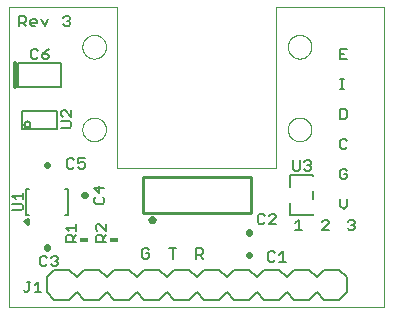
<source format=gto>
G75*
%MOIN*%
%OFA0B0*%
%FSLAX25Y25*%
%IPPOS*%
%LPD*%
%AMOC8*
5,1,8,0,0,1.08239X$1,22.5*
%
%ADD10C,0.00000*%
%ADD11C,0.00600*%
%ADD12C,0.01200*%
%ADD13C,0.02200*%
%ADD14C,0.00500*%
%ADD15C,0.01000*%
%ADD16R,0.03000X0.01800*%
%ADD17C,0.00800*%
D10*
X0001643Y0001500D02*
X0001643Y0101500D01*
X0037643Y0101500D01*
X0037643Y0048000D01*
X0090643Y0048000D01*
X0090643Y0101500D01*
X0126643Y0101500D01*
X0126643Y0001500D01*
X0001643Y0001500D01*
X0025956Y0060850D02*
X0025958Y0060975D01*
X0025964Y0061100D01*
X0025974Y0061224D01*
X0025988Y0061348D01*
X0026005Y0061472D01*
X0026027Y0061595D01*
X0026053Y0061717D01*
X0026082Y0061839D01*
X0026115Y0061959D01*
X0026153Y0062078D01*
X0026193Y0062197D01*
X0026238Y0062313D01*
X0026286Y0062428D01*
X0026338Y0062542D01*
X0026394Y0062654D01*
X0026453Y0062764D01*
X0026515Y0062872D01*
X0026581Y0062979D01*
X0026650Y0063083D01*
X0026723Y0063184D01*
X0026798Y0063284D01*
X0026877Y0063381D01*
X0026959Y0063475D01*
X0027044Y0063567D01*
X0027131Y0063656D01*
X0027222Y0063742D01*
X0027315Y0063825D01*
X0027411Y0063906D01*
X0027509Y0063983D01*
X0027609Y0064057D01*
X0027712Y0064128D01*
X0027817Y0064195D01*
X0027925Y0064260D01*
X0028034Y0064320D01*
X0028145Y0064378D01*
X0028258Y0064431D01*
X0028372Y0064481D01*
X0028488Y0064528D01*
X0028605Y0064570D01*
X0028724Y0064609D01*
X0028844Y0064645D01*
X0028965Y0064676D01*
X0029087Y0064704D01*
X0029209Y0064727D01*
X0029333Y0064747D01*
X0029457Y0064763D01*
X0029581Y0064775D01*
X0029706Y0064783D01*
X0029831Y0064787D01*
X0029955Y0064787D01*
X0030080Y0064783D01*
X0030205Y0064775D01*
X0030329Y0064763D01*
X0030453Y0064747D01*
X0030577Y0064727D01*
X0030699Y0064704D01*
X0030821Y0064676D01*
X0030942Y0064645D01*
X0031062Y0064609D01*
X0031181Y0064570D01*
X0031298Y0064528D01*
X0031414Y0064481D01*
X0031528Y0064431D01*
X0031641Y0064378D01*
X0031752Y0064320D01*
X0031862Y0064260D01*
X0031969Y0064195D01*
X0032074Y0064128D01*
X0032177Y0064057D01*
X0032277Y0063983D01*
X0032375Y0063906D01*
X0032471Y0063825D01*
X0032564Y0063742D01*
X0032655Y0063656D01*
X0032742Y0063567D01*
X0032827Y0063475D01*
X0032909Y0063381D01*
X0032988Y0063284D01*
X0033063Y0063184D01*
X0033136Y0063083D01*
X0033205Y0062979D01*
X0033271Y0062872D01*
X0033333Y0062764D01*
X0033392Y0062654D01*
X0033448Y0062542D01*
X0033500Y0062428D01*
X0033548Y0062313D01*
X0033593Y0062197D01*
X0033633Y0062078D01*
X0033671Y0061959D01*
X0033704Y0061839D01*
X0033733Y0061717D01*
X0033759Y0061595D01*
X0033781Y0061472D01*
X0033798Y0061348D01*
X0033812Y0061224D01*
X0033822Y0061100D01*
X0033828Y0060975D01*
X0033830Y0060850D01*
X0033828Y0060725D01*
X0033822Y0060600D01*
X0033812Y0060476D01*
X0033798Y0060352D01*
X0033781Y0060228D01*
X0033759Y0060105D01*
X0033733Y0059983D01*
X0033704Y0059861D01*
X0033671Y0059741D01*
X0033633Y0059622D01*
X0033593Y0059503D01*
X0033548Y0059387D01*
X0033500Y0059272D01*
X0033448Y0059158D01*
X0033392Y0059046D01*
X0033333Y0058936D01*
X0033271Y0058828D01*
X0033205Y0058721D01*
X0033136Y0058617D01*
X0033063Y0058516D01*
X0032988Y0058416D01*
X0032909Y0058319D01*
X0032827Y0058225D01*
X0032742Y0058133D01*
X0032655Y0058044D01*
X0032564Y0057958D01*
X0032471Y0057875D01*
X0032375Y0057794D01*
X0032277Y0057717D01*
X0032177Y0057643D01*
X0032074Y0057572D01*
X0031969Y0057505D01*
X0031861Y0057440D01*
X0031752Y0057380D01*
X0031641Y0057322D01*
X0031528Y0057269D01*
X0031414Y0057219D01*
X0031298Y0057172D01*
X0031181Y0057130D01*
X0031062Y0057091D01*
X0030942Y0057055D01*
X0030821Y0057024D01*
X0030699Y0056996D01*
X0030577Y0056973D01*
X0030453Y0056953D01*
X0030329Y0056937D01*
X0030205Y0056925D01*
X0030080Y0056917D01*
X0029955Y0056913D01*
X0029831Y0056913D01*
X0029706Y0056917D01*
X0029581Y0056925D01*
X0029457Y0056937D01*
X0029333Y0056953D01*
X0029209Y0056973D01*
X0029087Y0056996D01*
X0028965Y0057024D01*
X0028844Y0057055D01*
X0028724Y0057091D01*
X0028605Y0057130D01*
X0028488Y0057172D01*
X0028372Y0057219D01*
X0028258Y0057269D01*
X0028145Y0057322D01*
X0028034Y0057380D01*
X0027924Y0057440D01*
X0027817Y0057505D01*
X0027712Y0057572D01*
X0027609Y0057643D01*
X0027509Y0057717D01*
X0027411Y0057794D01*
X0027315Y0057875D01*
X0027222Y0057958D01*
X0027131Y0058044D01*
X0027044Y0058133D01*
X0026959Y0058225D01*
X0026877Y0058319D01*
X0026798Y0058416D01*
X0026723Y0058516D01*
X0026650Y0058617D01*
X0026581Y0058721D01*
X0026515Y0058828D01*
X0026453Y0058936D01*
X0026394Y0059046D01*
X0026338Y0059158D01*
X0026286Y0059272D01*
X0026238Y0059387D01*
X0026193Y0059503D01*
X0026153Y0059622D01*
X0026115Y0059741D01*
X0026082Y0059861D01*
X0026053Y0059983D01*
X0026027Y0060105D01*
X0026005Y0060228D01*
X0025988Y0060352D01*
X0025974Y0060476D01*
X0025964Y0060600D01*
X0025958Y0060725D01*
X0025956Y0060850D01*
X0025956Y0088410D02*
X0025958Y0088535D01*
X0025964Y0088660D01*
X0025974Y0088784D01*
X0025988Y0088908D01*
X0026005Y0089032D01*
X0026027Y0089155D01*
X0026053Y0089277D01*
X0026082Y0089399D01*
X0026115Y0089519D01*
X0026153Y0089638D01*
X0026193Y0089757D01*
X0026238Y0089873D01*
X0026286Y0089988D01*
X0026338Y0090102D01*
X0026394Y0090214D01*
X0026453Y0090324D01*
X0026515Y0090432D01*
X0026581Y0090539D01*
X0026650Y0090643D01*
X0026723Y0090744D01*
X0026798Y0090844D01*
X0026877Y0090941D01*
X0026959Y0091035D01*
X0027044Y0091127D01*
X0027131Y0091216D01*
X0027222Y0091302D01*
X0027315Y0091385D01*
X0027411Y0091466D01*
X0027509Y0091543D01*
X0027609Y0091617D01*
X0027712Y0091688D01*
X0027817Y0091755D01*
X0027925Y0091820D01*
X0028034Y0091880D01*
X0028145Y0091938D01*
X0028258Y0091991D01*
X0028372Y0092041D01*
X0028488Y0092088D01*
X0028605Y0092130D01*
X0028724Y0092169D01*
X0028844Y0092205D01*
X0028965Y0092236D01*
X0029087Y0092264D01*
X0029209Y0092287D01*
X0029333Y0092307D01*
X0029457Y0092323D01*
X0029581Y0092335D01*
X0029706Y0092343D01*
X0029831Y0092347D01*
X0029955Y0092347D01*
X0030080Y0092343D01*
X0030205Y0092335D01*
X0030329Y0092323D01*
X0030453Y0092307D01*
X0030577Y0092287D01*
X0030699Y0092264D01*
X0030821Y0092236D01*
X0030942Y0092205D01*
X0031062Y0092169D01*
X0031181Y0092130D01*
X0031298Y0092088D01*
X0031414Y0092041D01*
X0031528Y0091991D01*
X0031641Y0091938D01*
X0031752Y0091880D01*
X0031862Y0091820D01*
X0031969Y0091755D01*
X0032074Y0091688D01*
X0032177Y0091617D01*
X0032277Y0091543D01*
X0032375Y0091466D01*
X0032471Y0091385D01*
X0032564Y0091302D01*
X0032655Y0091216D01*
X0032742Y0091127D01*
X0032827Y0091035D01*
X0032909Y0090941D01*
X0032988Y0090844D01*
X0033063Y0090744D01*
X0033136Y0090643D01*
X0033205Y0090539D01*
X0033271Y0090432D01*
X0033333Y0090324D01*
X0033392Y0090214D01*
X0033448Y0090102D01*
X0033500Y0089988D01*
X0033548Y0089873D01*
X0033593Y0089757D01*
X0033633Y0089638D01*
X0033671Y0089519D01*
X0033704Y0089399D01*
X0033733Y0089277D01*
X0033759Y0089155D01*
X0033781Y0089032D01*
X0033798Y0088908D01*
X0033812Y0088784D01*
X0033822Y0088660D01*
X0033828Y0088535D01*
X0033830Y0088410D01*
X0033828Y0088285D01*
X0033822Y0088160D01*
X0033812Y0088036D01*
X0033798Y0087912D01*
X0033781Y0087788D01*
X0033759Y0087665D01*
X0033733Y0087543D01*
X0033704Y0087421D01*
X0033671Y0087301D01*
X0033633Y0087182D01*
X0033593Y0087063D01*
X0033548Y0086947D01*
X0033500Y0086832D01*
X0033448Y0086718D01*
X0033392Y0086606D01*
X0033333Y0086496D01*
X0033271Y0086388D01*
X0033205Y0086281D01*
X0033136Y0086177D01*
X0033063Y0086076D01*
X0032988Y0085976D01*
X0032909Y0085879D01*
X0032827Y0085785D01*
X0032742Y0085693D01*
X0032655Y0085604D01*
X0032564Y0085518D01*
X0032471Y0085435D01*
X0032375Y0085354D01*
X0032277Y0085277D01*
X0032177Y0085203D01*
X0032074Y0085132D01*
X0031969Y0085065D01*
X0031861Y0085000D01*
X0031752Y0084940D01*
X0031641Y0084882D01*
X0031528Y0084829D01*
X0031414Y0084779D01*
X0031298Y0084732D01*
X0031181Y0084690D01*
X0031062Y0084651D01*
X0030942Y0084615D01*
X0030821Y0084584D01*
X0030699Y0084556D01*
X0030577Y0084533D01*
X0030453Y0084513D01*
X0030329Y0084497D01*
X0030205Y0084485D01*
X0030080Y0084477D01*
X0029955Y0084473D01*
X0029831Y0084473D01*
X0029706Y0084477D01*
X0029581Y0084485D01*
X0029457Y0084497D01*
X0029333Y0084513D01*
X0029209Y0084533D01*
X0029087Y0084556D01*
X0028965Y0084584D01*
X0028844Y0084615D01*
X0028724Y0084651D01*
X0028605Y0084690D01*
X0028488Y0084732D01*
X0028372Y0084779D01*
X0028258Y0084829D01*
X0028145Y0084882D01*
X0028034Y0084940D01*
X0027924Y0085000D01*
X0027817Y0085065D01*
X0027712Y0085132D01*
X0027609Y0085203D01*
X0027509Y0085277D01*
X0027411Y0085354D01*
X0027315Y0085435D01*
X0027222Y0085518D01*
X0027131Y0085604D01*
X0027044Y0085693D01*
X0026959Y0085785D01*
X0026877Y0085879D01*
X0026798Y0085976D01*
X0026723Y0086076D01*
X0026650Y0086177D01*
X0026581Y0086281D01*
X0026515Y0086388D01*
X0026453Y0086496D01*
X0026394Y0086606D01*
X0026338Y0086718D01*
X0026286Y0086832D01*
X0026238Y0086947D01*
X0026193Y0087063D01*
X0026153Y0087182D01*
X0026115Y0087301D01*
X0026082Y0087421D01*
X0026053Y0087543D01*
X0026027Y0087665D01*
X0026005Y0087788D01*
X0025988Y0087912D01*
X0025974Y0088036D01*
X0025964Y0088160D01*
X0025958Y0088285D01*
X0025956Y0088410D01*
X0094456Y0088410D02*
X0094458Y0088535D01*
X0094464Y0088660D01*
X0094474Y0088784D01*
X0094488Y0088908D01*
X0094505Y0089032D01*
X0094527Y0089155D01*
X0094553Y0089277D01*
X0094582Y0089399D01*
X0094615Y0089519D01*
X0094653Y0089638D01*
X0094693Y0089757D01*
X0094738Y0089873D01*
X0094786Y0089988D01*
X0094838Y0090102D01*
X0094894Y0090214D01*
X0094953Y0090324D01*
X0095015Y0090432D01*
X0095081Y0090539D01*
X0095150Y0090643D01*
X0095223Y0090744D01*
X0095298Y0090844D01*
X0095377Y0090941D01*
X0095459Y0091035D01*
X0095544Y0091127D01*
X0095631Y0091216D01*
X0095722Y0091302D01*
X0095815Y0091385D01*
X0095911Y0091466D01*
X0096009Y0091543D01*
X0096109Y0091617D01*
X0096212Y0091688D01*
X0096317Y0091755D01*
X0096425Y0091820D01*
X0096534Y0091880D01*
X0096645Y0091938D01*
X0096758Y0091991D01*
X0096872Y0092041D01*
X0096988Y0092088D01*
X0097105Y0092130D01*
X0097224Y0092169D01*
X0097344Y0092205D01*
X0097465Y0092236D01*
X0097587Y0092264D01*
X0097709Y0092287D01*
X0097833Y0092307D01*
X0097957Y0092323D01*
X0098081Y0092335D01*
X0098206Y0092343D01*
X0098331Y0092347D01*
X0098455Y0092347D01*
X0098580Y0092343D01*
X0098705Y0092335D01*
X0098829Y0092323D01*
X0098953Y0092307D01*
X0099077Y0092287D01*
X0099199Y0092264D01*
X0099321Y0092236D01*
X0099442Y0092205D01*
X0099562Y0092169D01*
X0099681Y0092130D01*
X0099798Y0092088D01*
X0099914Y0092041D01*
X0100028Y0091991D01*
X0100141Y0091938D01*
X0100252Y0091880D01*
X0100362Y0091820D01*
X0100469Y0091755D01*
X0100574Y0091688D01*
X0100677Y0091617D01*
X0100777Y0091543D01*
X0100875Y0091466D01*
X0100971Y0091385D01*
X0101064Y0091302D01*
X0101155Y0091216D01*
X0101242Y0091127D01*
X0101327Y0091035D01*
X0101409Y0090941D01*
X0101488Y0090844D01*
X0101563Y0090744D01*
X0101636Y0090643D01*
X0101705Y0090539D01*
X0101771Y0090432D01*
X0101833Y0090324D01*
X0101892Y0090214D01*
X0101948Y0090102D01*
X0102000Y0089988D01*
X0102048Y0089873D01*
X0102093Y0089757D01*
X0102133Y0089638D01*
X0102171Y0089519D01*
X0102204Y0089399D01*
X0102233Y0089277D01*
X0102259Y0089155D01*
X0102281Y0089032D01*
X0102298Y0088908D01*
X0102312Y0088784D01*
X0102322Y0088660D01*
X0102328Y0088535D01*
X0102330Y0088410D01*
X0102328Y0088285D01*
X0102322Y0088160D01*
X0102312Y0088036D01*
X0102298Y0087912D01*
X0102281Y0087788D01*
X0102259Y0087665D01*
X0102233Y0087543D01*
X0102204Y0087421D01*
X0102171Y0087301D01*
X0102133Y0087182D01*
X0102093Y0087063D01*
X0102048Y0086947D01*
X0102000Y0086832D01*
X0101948Y0086718D01*
X0101892Y0086606D01*
X0101833Y0086496D01*
X0101771Y0086388D01*
X0101705Y0086281D01*
X0101636Y0086177D01*
X0101563Y0086076D01*
X0101488Y0085976D01*
X0101409Y0085879D01*
X0101327Y0085785D01*
X0101242Y0085693D01*
X0101155Y0085604D01*
X0101064Y0085518D01*
X0100971Y0085435D01*
X0100875Y0085354D01*
X0100777Y0085277D01*
X0100677Y0085203D01*
X0100574Y0085132D01*
X0100469Y0085065D01*
X0100361Y0085000D01*
X0100252Y0084940D01*
X0100141Y0084882D01*
X0100028Y0084829D01*
X0099914Y0084779D01*
X0099798Y0084732D01*
X0099681Y0084690D01*
X0099562Y0084651D01*
X0099442Y0084615D01*
X0099321Y0084584D01*
X0099199Y0084556D01*
X0099077Y0084533D01*
X0098953Y0084513D01*
X0098829Y0084497D01*
X0098705Y0084485D01*
X0098580Y0084477D01*
X0098455Y0084473D01*
X0098331Y0084473D01*
X0098206Y0084477D01*
X0098081Y0084485D01*
X0097957Y0084497D01*
X0097833Y0084513D01*
X0097709Y0084533D01*
X0097587Y0084556D01*
X0097465Y0084584D01*
X0097344Y0084615D01*
X0097224Y0084651D01*
X0097105Y0084690D01*
X0096988Y0084732D01*
X0096872Y0084779D01*
X0096758Y0084829D01*
X0096645Y0084882D01*
X0096534Y0084940D01*
X0096424Y0085000D01*
X0096317Y0085065D01*
X0096212Y0085132D01*
X0096109Y0085203D01*
X0096009Y0085277D01*
X0095911Y0085354D01*
X0095815Y0085435D01*
X0095722Y0085518D01*
X0095631Y0085604D01*
X0095544Y0085693D01*
X0095459Y0085785D01*
X0095377Y0085879D01*
X0095298Y0085976D01*
X0095223Y0086076D01*
X0095150Y0086177D01*
X0095081Y0086281D01*
X0095015Y0086388D01*
X0094953Y0086496D01*
X0094894Y0086606D01*
X0094838Y0086718D01*
X0094786Y0086832D01*
X0094738Y0086947D01*
X0094693Y0087063D01*
X0094653Y0087182D01*
X0094615Y0087301D01*
X0094582Y0087421D01*
X0094553Y0087543D01*
X0094527Y0087665D01*
X0094505Y0087788D01*
X0094488Y0087912D01*
X0094474Y0088036D01*
X0094464Y0088160D01*
X0094458Y0088285D01*
X0094456Y0088410D01*
X0094456Y0060850D02*
X0094458Y0060975D01*
X0094464Y0061100D01*
X0094474Y0061224D01*
X0094488Y0061348D01*
X0094505Y0061472D01*
X0094527Y0061595D01*
X0094553Y0061717D01*
X0094582Y0061839D01*
X0094615Y0061959D01*
X0094653Y0062078D01*
X0094693Y0062197D01*
X0094738Y0062313D01*
X0094786Y0062428D01*
X0094838Y0062542D01*
X0094894Y0062654D01*
X0094953Y0062764D01*
X0095015Y0062872D01*
X0095081Y0062979D01*
X0095150Y0063083D01*
X0095223Y0063184D01*
X0095298Y0063284D01*
X0095377Y0063381D01*
X0095459Y0063475D01*
X0095544Y0063567D01*
X0095631Y0063656D01*
X0095722Y0063742D01*
X0095815Y0063825D01*
X0095911Y0063906D01*
X0096009Y0063983D01*
X0096109Y0064057D01*
X0096212Y0064128D01*
X0096317Y0064195D01*
X0096425Y0064260D01*
X0096534Y0064320D01*
X0096645Y0064378D01*
X0096758Y0064431D01*
X0096872Y0064481D01*
X0096988Y0064528D01*
X0097105Y0064570D01*
X0097224Y0064609D01*
X0097344Y0064645D01*
X0097465Y0064676D01*
X0097587Y0064704D01*
X0097709Y0064727D01*
X0097833Y0064747D01*
X0097957Y0064763D01*
X0098081Y0064775D01*
X0098206Y0064783D01*
X0098331Y0064787D01*
X0098455Y0064787D01*
X0098580Y0064783D01*
X0098705Y0064775D01*
X0098829Y0064763D01*
X0098953Y0064747D01*
X0099077Y0064727D01*
X0099199Y0064704D01*
X0099321Y0064676D01*
X0099442Y0064645D01*
X0099562Y0064609D01*
X0099681Y0064570D01*
X0099798Y0064528D01*
X0099914Y0064481D01*
X0100028Y0064431D01*
X0100141Y0064378D01*
X0100252Y0064320D01*
X0100362Y0064260D01*
X0100469Y0064195D01*
X0100574Y0064128D01*
X0100677Y0064057D01*
X0100777Y0063983D01*
X0100875Y0063906D01*
X0100971Y0063825D01*
X0101064Y0063742D01*
X0101155Y0063656D01*
X0101242Y0063567D01*
X0101327Y0063475D01*
X0101409Y0063381D01*
X0101488Y0063284D01*
X0101563Y0063184D01*
X0101636Y0063083D01*
X0101705Y0062979D01*
X0101771Y0062872D01*
X0101833Y0062764D01*
X0101892Y0062654D01*
X0101948Y0062542D01*
X0102000Y0062428D01*
X0102048Y0062313D01*
X0102093Y0062197D01*
X0102133Y0062078D01*
X0102171Y0061959D01*
X0102204Y0061839D01*
X0102233Y0061717D01*
X0102259Y0061595D01*
X0102281Y0061472D01*
X0102298Y0061348D01*
X0102312Y0061224D01*
X0102322Y0061100D01*
X0102328Y0060975D01*
X0102330Y0060850D01*
X0102328Y0060725D01*
X0102322Y0060600D01*
X0102312Y0060476D01*
X0102298Y0060352D01*
X0102281Y0060228D01*
X0102259Y0060105D01*
X0102233Y0059983D01*
X0102204Y0059861D01*
X0102171Y0059741D01*
X0102133Y0059622D01*
X0102093Y0059503D01*
X0102048Y0059387D01*
X0102000Y0059272D01*
X0101948Y0059158D01*
X0101892Y0059046D01*
X0101833Y0058936D01*
X0101771Y0058828D01*
X0101705Y0058721D01*
X0101636Y0058617D01*
X0101563Y0058516D01*
X0101488Y0058416D01*
X0101409Y0058319D01*
X0101327Y0058225D01*
X0101242Y0058133D01*
X0101155Y0058044D01*
X0101064Y0057958D01*
X0100971Y0057875D01*
X0100875Y0057794D01*
X0100777Y0057717D01*
X0100677Y0057643D01*
X0100574Y0057572D01*
X0100469Y0057505D01*
X0100361Y0057440D01*
X0100252Y0057380D01*
X0100141Y0057322D01*
X0100028Y0057269D01*
X0099914Y0057219D01*
X0099798Y0057172D01*
X0099681Y0057130D01*
X0099562Y0057091D01*
X0099442Y0057055D01*
X0099321Y0057024D01*
X0099199Y0056996D01*
X0099077Y0056973D01*
X0098953Y0056953D01*
X0098829Y0056937D01*
X0098705Y0056925D01*
X0098580Y0056917D01*
X0098455Y0056913D01*
X0098331Y0056913D01*
X0098206Y0056917D01*
X0098081Y0056925D01*
X0097957Y0056937D01*
X0097833Y0056953D01*
X0097709Y0056973D01*
X0097587Y0056996D01*
X0097465Y0057024D01*
X0097344Y0057055D01*
X0097224Y0057091D01*
X0097105Y0057130D01*
X0096988Y0057172D01*
X0096872Y0057219D01*
X0096758Y0057269D01*
X0096645Y0057322D01*
X0096534Y0057380D01*
X0096424Y0057440D01*
X0096317Y0057505D01*
X0096212Y0057572D01*
X0096109Y0057643D01*
X0096009Y0057717D01*
X0095911Y0057794D01*
X0095815Y0057875D01*
X0095722Y0057958D01*
X0095631Y0058044D01*
X0095544Y0058133D01*
X0095459Y0058225D01*
X0095377Y0058319D01*
X0095298Y0058416D01*
X0095223Y0058516D01*
X0095150Y0058617D01*
X0095081Y0058721D01*
X0095015Y0058828D01*
X0094953Y0058936D01*
X0094894Y0059046D01*
X0094838Y0059158D01*
X0094786Y0059272D01*
X0094738Y0059387D01*
X0094693Y0059503D01*
X0094653Y0059622D01*
X0094615Y0059741D01*
X0094582Y0059861D01*
X0094553Y0059983D01*
X0094527Y0060105D01*
X0094505Y0060228D01*
X0094488Y0060352D01*
X0094474Y0060476D01*
X0094464Y0060600D01*
X0094458Y0060725D01*
X0094456Y0060850D01*
D11*
X0096183Y0050547D02*
X0096183Y0047712D01*
X0096750Y0047144D01*
X0097885Y0047144D01*
X0098452Y0047712D01*
X0098452Y0050547D01*
X0099866Y0049980D02*
X0100434Y0050547D01*
X0101568Y0050547D01*
X0102135Y0049980D01*
X0102135Y0049413D01*
X0101568Y0048846D01*
X0102135Y0048279D01*
X0102135Y0047712D01*
X0101568Y0047144D01*
X0100434Y0047144D01*
X0099866Y0047712D01*
X0101001Y0048846D02*
X0101568Y0048846D01*
X0111943Y0047136D02*
X0111943Y0044867D01*
X0112510Y0044300D01*
X0113645Y0044300D01*
X0114212Y0044867D01*
X0114212Y0046001D01*
X0113078Y0046001D01*
X0114212Y0047136D02*
X0113645Y0047703D01*
X0112510Y0047703D01*
X0111943Y0047136D01*
X0112510Y0054300D02*
X0113645Y0054300D01*
X0114212Y0054867D01*
X0112510Y0054300D02*
X0111943Y0054867D01*
X0111943Y0057136D01*
X0112510Y0057703D01*
X0113645Y0057703D01*
X0114212Y0057136D01*
X0113645Y0064300D02*
X0111943Y0064300D01*
X0111943Y0067703D01*
X0113645Y0067703D01*
X0114212Y0067136D01*
X0114212Y0064867D01*
X0113645Y0064300D01*
X0113078Y0074300D02*
X0111943Y0074300D01*
X0112510Y0074300D02*
X0112510Y0077703D01*
X0111943Y0077703D02*
X0113078Y0077703D01*
X0111943Y0084300D02*
X0114212Y0084300D01*
X0113078Y0086001D02*
X0111943Y0086001D01*
X0111943Y0084300D02*
X0111943Y0087703D01*
X0114212Y0087703D01*
X0114212Y0037703D02*
X0114212Y0035434D01*
X0113078Y0034300D01*
X0111943Y0035434D01*
X0111943Y0037703D01*
X0115010Y0030703D02*
X0116145Y0030703D01*
X0116712Y0030136D01*
X0116712Y0029569D01*
X0116145Y0029001D01*
X0116712Y0028434D01*
X0116712Y0027867D01*
X0116145Y0027300D01*
X0115010Y0027300D01*
X0114443Y0027867D01*
X0115578Y0029001D02*
X0116145Y0029001D01*
X0114443Y0030136D02*
X0115010Y0030703D01*
X0108212Y0030136D02*
X0108212Y0029569D01*
X0105943Y0027300D01*
X0108212Y0027300D01*
X0108212Y0030136D02*
X0107645Y0030703D01*
X0106510Y0030703D01*
X0105943Y0030136D01*
X0099212Y0027300D02*
X0096943Y0027300D01*
X0098078Y0027300D02*
X0098078Y0030703D01*
X0096943Y0029569D01*
X0090395Y0029300D02*
X0088126Y0029300D01*
X0090395Y0031569D01*
X0090395Y0032136D01*
X0089828Y0032703D01*
X0088694Y0032703D01*
X0088126Y0032136D01*
X0086712Y0032136D02*
X0086145Y0032703D01*
X0085010Y0032703D01*
X0084443Y0032136D01*
X0084443Y0029867D01*
X0085010Y0029300D01*
X0086145Y0029300D01*
X0086712Y0029867D01*
X0088510Y0020203D02*
X0087943Y0019636D01*
X0087943Y0017367D01*
X0088510Y0016800D01*
X0089645Y0016800D01*
X0090212Y0017367D01*
X0091626Y0016800D02*
X0093895Y0016800D01*
X0092761Y0016800D02*
X0092761Y0020203D01*
X0091626Y0019069D01*
X0090212Y0019636D02*
X0089645Y0020203D01*
X0088510Y0020203D01*
X0066212Y0020636D02*
X0066212Y0019501D01*
X0065645Y0018934D01*
X0063943Y0018934D01*
X0063943Y0017800D02*
X0063943Y0021203D01*
X0065645Y0021203D01*
X0066212Y0020636D01*
X0065078Y0018934D02*
X0066212Y0017800D01*
X0057212Y0021203D02*
X0054943Y0021203D01*
X0056078Y0021203D02*
X0056078Y0017800D01*
X0048212Y0018367D02*
X0048212Y0019501D01*
X0047078Y0019501D01*
X0048212Y0018367D02*
X0047645Y0017800D01*
X0046510Y0017800D01*
X0045943Y0018367D01*
X0045943Y0020636D01*
X0046510Y0021203D01*
X0047645Y0021203D01*
X0048212Y0020636D01*
X0033843Y0023300D02*
X0030440Y0023300D01*
X0030440Y0025001D01*
X0031008Y0025569D01*
X0032142Y0025569D01*
X0032709Y0025001D01*
X0032709Y0023300D01*
X0032709Y0024434D02*
X0033843Y0025569D01*
X0033843Y0026983D02*
X0031575Y0029252D01*
X0031008Y0029252D01*
X0030440Y0028685D01*
X0030440Y0027550D01*
X0031008Y0026983D01*
X0033843Y0026983D02*
X0033843Y0029252D01*
X0032776Y0035934D02*
X0030508Y0035934D01*
X0029940Y0036501D01*
X0029940Y0037635D01*
X0030508Y0038202D01*
X0031642Y0039617D02*
X0031642Y0041885D01*
X0033343Y0041318D02*
X0029940Y0041318D01*
X0031642Y0039617D01*
X0032776Y0038202D02*
X0033343Y0037635D01*
X0033343Y0036501D01*
X0032776Y0035934D01*
X0023843Y0029252D02*
X0023843Y0026983D01*
X0023843Y0028117D02*
X0020440Y0028117D01*
X0021575Y0026983D01*
X0021008Y0025569D02*
X0022142Y0025569D01*
X0022709Y0025001D01*
X0022709Y0023300D01*
X0023843Y0023300D02*
X0020440Y0023300D01*
X0020440Y0025001D01*
X0021008Y0025569D01*
X0022709Y0024434D02*
X0023843Y0025569D01*
X0017328Y0018703D02*
X0016194Y0018703D01*
X0015626Y0018136D01*
X0014212Y0018136D02*
X0013645Y0018703D01*
X0012510Y0018703D01*
X0011943Y0018136D01*
X0011943Y0015867D01*
X0012510Y0015300D01*
X0013645Y0015300D01*
X0014212Y0015867D01*
X0015626Y0015867D02*
X0016194Y0015300D01*
X0017328Y0015300D01*
X0017895Y0015867D01*
X0017895Y0016434D01*
X0017328Y0017001D01*
X0016761Y0017001D01*
X0017328Y0017001D02*
X0017895Y0017569D01*
X0017895Y0018136D01*
X0017328Y0018703D01*
X0011194Y0010003D02*
X0011194Y0006600D01*
X0010060Y0006600D02*
X0012329Y0006600D01*
X0010060Y0008869D02*
X0011194Y0010003D01*
X0008646Y0010003D02*
X0007511Y0010003D01*
X0008078Y0010003D02*
X0008078Y0007167D01*
X0007511Y0006600D01*
X0006944Y0006600D01*
X0006377Y0007167D01*
X0005466Y0033841D02*
X0002630Y0033841D01*
X0002630Y0036110D02*
X0005466Y0036110D01*
X0006033Y0035543D01*
X0006033Y0034409D01*
X0005466Y0033841D01*
X0006033Y0037525D02*
X0006033Y0039793D01*
X0006033Y0038659D02*
X0002630Y0038659D01*
X0003765Y0037525D01*
X0020943Y0048367D02*
X0021510Y0047800D01*
X0022645Y0047800D01*
X0023212Y0048367D01*
X0024626Y0048367D02*
X0025194Y0047800D01*
X0026328Y0047800D01*
X0026895Y0048367D01*
X0026895Y0049501D01*
X0026328Y0050069D01*
X0025761Y0050069D01*
X0024626Y0049501D01*
X0024626Y0051203D01*
X0026895Y0051203D01*
X0023212Y0050636D02*
X0022645Y0051203D01*
X0021510Y0051203D01*
X0020943Y0050636D01*
X0020943Y0048367D01*
X0021776Y0061300D02*
X0018940Y0061300D01*
X0018940Y0063569D02*
X0021776Y0063569D01*
X0022343Y0063001D01*
X0022343Y0061867D01*
X0021776Y0061300D01*
X0022343Y0064983D02*
X0020075Y0067252D01*
X0019508Y0067252D01*
X0018940Y0066685D01*
X0018940Y0065550D01*
X0019508Y0064983D01*
X0022343Y0064983D02*
X0022343Y0067252D01*
X0014328Y0084300D02*
X0013194Y0084300D01*
X0012626Y0084867D01*
X0012626Y0086001D01*
X0014328Y0086001D01*
X0014895Y0085434D01*
X0014895Y0084867D01*
X0014328Y0084300D01*
X0012626Y0086001D02*
X0013761Y0087136D01*
X0014895Y0087703D01*
X0011212Y0087136D02*
X0010645Y0087703D01*
X0009510Y0087703D01*
X0008943Y0087136D01*
X0008943Y0084867D01*
X0009510Y0084300D01*
X0010645Y0084300D01*
X0011212Y0084867D01*
X0010328Y0095300D02*
X0009194Y0095300D01*
X0008626Y0095867D01*
X0008626Y0097001D01*
X0009194Y0097569D01*
X0010328Y0097569D01*
X0010895Y0097001D01*
X0010895Y0096434D01*
X0008626Y0096434D01*
X0007212Y0097001D02*
X0006645Y0096434D01*
X0004943Y0096434D01*
X0004943Y0095300D02*
X0004943Y0098703D01*
X0006645Y0098703D01*
X0007212Y0098136D01*
X0007212Y0097001D01*
X0006078Y0096434D02*
X0007212Y0095300D01*
X0012310Y0097569D02*
X0013444Y0095300D01*
X0014578Y0097569D01*
X0019676Y0098136D02*
X0020243Y0098703D01*
X0021377Y0098703D01*
X0021944Y0098136D01*
X0021944Y0097569D01*
X0021377Y0097001D01*
X0021944Y0096434D01*
X0021944Y0095867D01*
X0021377Y0095300D01*
X0020243Y0095300D01*
X0019676Y0095867D01*
X0020810Y0097001D02*
X0021377Y0097001D01*
D12*
X0003643Y0083000D02*
X0003643Y0075000D01*
D13*
X0014143Y0049120D02*
X0014143Y0048880D01*
X0026523Y0039000D02*
X0026763Y0039000D01*
X0014143Y0021620D02*
X0014143Y0021380D01*
X0081643Y0019120D02*
X0081643Y0018880D01*
X0081643Y0026380D02*
X0081643Y0026620D01*
D14*
X0095206Y0032307D02*
X0095206Y0036244D01*
X0095206Y0032307D02*
X0102687Y0032307D01*
X0102687Y0032701D01*
X0102687Y0037819D02*
X0102687Y0040181D01*
X0102687Y0045299D02*
X0102687Y0045693D01*
X0095206Y0045693D01*
X0095206Y0041756D01*
X0021230Y0040831D02*
X0021230Y0032169D01*
X0020049Y0032169D01*
X0020049Y0040831D02*
X0021230Y0040831D01*
X0008238Y0040831D02*
X0007057Y0040831D01*
X0007057Y0032169D01*
X0008238Y0032169D01*
X0005935Y0060850D02*
X0017352Y0060850D01*
X0017352Y0067150D01*
X0005935Y0067150D01*
X0005935Y0060850D01*
X0006643Y0062500D02*
X0006645Y0062563D01*
X0006651Y0062625D01*
X0006661Y0062687D01*
X0006674Y0062749D01*
X0006692Y0062809D01*
X0006713Y0062868D01*
X0006738Y0062926D01*
X0006767Y0062982D01*
X0006799Y0063036D01*
X0006834Y0063088D01*
X0006872Y0063137D01*
X0006914Y0063185D01*
X0006958Y0063229D01*
X0007006Y0063271D01*
X0007055Y0063309D01*
X0007107Y0063344D01*
X0007161Y0063376D01*
X0007217Y0063405D01*
X0007275Y0063430D01*
X0007334Y0063451D01*
X0007394Y0063469D01*
X0007456Y0063482D01*
X0007518Y0063492D01*
X0007580Y0063498D01*
X0007643Y0063500D01*
X0007706Y0063498D01*
X0007768Y0063492D01*
X0007830Y0063482D01*
X0007892Y0063469D01*
X0007952Y0063451D01*
X0008011Y0063430D01*
X0008069Y0063405D01*
X0008125Y0063376D01*
X0008179Y0063344D01*
X0008231Y0063309D01*
X0008280Y0063271D01*
X0008328Y0063229D01*
X0008372Y0063185D01*
X0008414Y0063137D01*
X0008452Y0063088D01*
X0008487Y0063036D01*
X0008519Y0062982D01*
X0008548Y0062926D01*
X0008573Y0062868D01*
X0008594Y0062809D01*
X0008612Y0062749D01*
X0008625Y0062687D01*
X0008635Y0062625D01*
X0008641Y0062563D01*
X0008643Y0062500D01*
X0008641Y0062437D01*
X0008635Y0062375D01*
X0008625Y0062313D01*
X0008612Y0062251D01*
X0008594Y0062191D01*
X0008573Y0062132D01*
X0008548Y0062074D01*
X0008519Y0062018D01*
X0008487Y0061964D01*
X0008452Y0061912D01*
X0008414Y0061863D01*
X0008372Y0061815D01*
X0008328Y0061771D01*
X0008280Y0061729D01*
X0008231Y0061691D01*
X0008179Y0061656D01*
X0008125Y0061624D01*
X0008069Y0061595D01*
X0008011Y0061570D01*
X0007952Y0061549D01*
X0007892Y0061531D01*
X0007830Y0061518D01*
X0007768Y0061508D01*
X0007706Y0061502D01*
X0007643Y0061500D01*
X0007580Y0061502D01*
X0007518Y0061508D01*
X0007456Y0061518D01*
X0007394Y0061531D01*
X0007334Y0061549D01*
X0007275Y0061570D01*
X0007217Y0061595D01*
X0007161Y0061624D01*
X0007107Y0061656D01*
X0007055Y0061691D01*
X0007006Y0061729D01*
X0006958Y0061771D01*
X0006914Y0061815D01*
X0006872Y0061863D01*
X0006834Y0061912D01*
X0006799Y0061964D01*
X0006767Y0062018D01*
X0006738Y0062074D01*
X0006713Y0062132D01*
X0006692Y0062191D01*
X0006674Y0062251D01*
X0006661Y0062313D01*
X0006651Y0062375D01*
X0006645Y0062437D01*
X0006643Y0062500D01*
X0004557Y0075063D02*
X0004557Y0082937D01*
X0018730Y0082937D01*
X0018730Y0075063D01*
X0004557Y0075063D01*
D15*
X0046033Y0045102D02*
X0046033Y0032898D01*
X0082254Y0032898D01*
X0082254Y0045102D01*
X0046033Y0045102D01*
X0048789Y0030732D02*
X0048791Y0030771D01*
X0048797Y0030810D01*
X0048807Y0030848D01*
X0048820Y0030885D01*
X0048837Y0030920D01*
X0048857Y0030954D01*
X0048881Y0030985D01*
X0048908Y0031014D01*
X0048937Y0031040D01*
X0048969Y0031063D01*
X0049003Y0031083D01*
X0049039Y0031099D01*
X0049076Y0031111D01*
X0049115Y0031120D01*
X0049154Y0031125D01*
X0049193Y0031126D01*
X0049232Y0031123D01*
X0049271Y0031116D01*
X0049308Y0031105D01*
X0049345Y0031091D01*
X0049380Y0031073D01*
X0049413Y0031052D01*
X0049444Y0031027D01*
X0049472Y0031000D01*
X0049497Y0030970D01*
X0049519Y0030937D01*
X0049538Y0030903D01*
X0049553Y0030867D01*
X0049565Y0030829D01*
X0049573Y0030791D01*
X0049577Y0030752D01*
X0049577Y0030712D01*
X0049573Y0030673D01*
X0049565Y0030635D01*
X0049553Y0030597D01*
X0049538Y0030561D01*
X0049519Y0030527D01*
X0049497Y0030494D01*
X0049472Y0030464D01*
X0049444Y0030437D01*
X0049413Y0030412D01*
X0049380Y0030391D01*
X0049345Y0030373D01*
X0049308Y0030359D01*
X0049271Y0030348D01*
X0049232Y0030341D01*
X0049193Y0030338D01*
X0049154Y0030339D01*
X0049115Y0030344D01*
X0049076Y0030353D01*
X0049039Y0030365D01*
X0049003Y0030381D01*
X0048969Y0030401D01*
X0048937Y0030424D01*
X0048908Y0030450D01*
X0048881Y0030479D01*
X0048857Y0030510D01*
X0048837Y0030544D01*
X0048820Y0030579D01*
X0048807Y0030616D01*
X0048797Y0030654D01*
X0048791Y0030693D01*
X0048789Y0030732D01*
X0048303Y0030732D02*
X0048305Y0030791D01*
X0048311Y0030849D01*
X0048321Y0030907D01*
X0048334Y0030964D01*
X0048352Y0031021D01*
X0048373Y0031076D01*
X0048398Y0031129D01*
X0048426Y0031180D01*
X0048457Y0031230D01*
X0048492Y0031277D01*
X0048530Y0031322D01*
X0048571Y0031365D01*
X0048615Y0031404D01*
X0048661Y0031440D01*
X0048709Y0031474D01*
X0048760Y0031504D01*
X0048813Y0031530D01*
X0048867Y0031553D01*
X0048922Y0031572D01*
X0048979Y0031588D01*
X0049037Y0031600D01*
X0049095Y0031608D01*
X0049154Y0031612D01*
X0049212Y0031612D01*
X0049271Y0031608D01*
X0049329Y0031600D01*
X0049387Y0031588D01*
X0049444Y0031572D01*
X0049499Y0031553D01*
X0049553Y0031530D01*
X0049606Y0031504D01*
X0049657Y0031474D01*
X0049705Y0031440D01*
X0049751Y0031404D01*
X0049795Y0031365D01*
X0049836Y0031322D01*
X0049874Y0031277D01*
X0049909Y0031230D01*
X0049940Y0031180D01*
X0049968Y0031129D01*
X0049993Y0031076D01*
X0050014Y0031021D01*
X0050032Y0030964D01*
X0050045Y0030907D01*
X0050055Y0030849D01*
X0050061Y0030791D01*
X0050063Y0030732D01*
X0050061Y0030673D01*
X0050055Y0030615D01*
X0050045Y0030557D01*
X0050032Y0030500D01*
X0050014Y0030443D01*
X0049993Y0030388D01*
X0049968Y0030335D01*
X0049940Y0030284D01*
X0049909Y0030234D01*
X0049874Y0030187D01*
X0049836Y0030142D01*
X0049795Y0030099D01*
X0049751Y0030060D01*
X0049705Y0030024D01*
X0049657Y0029990D01*
X0049606Y0029960D01*
X0049553Y0029934D01*
X0049499Y0029911D01*
X0049444Y0029892D01*
X0049387Y0029876D01*
X0049329Y0029864D01*
X0049271Y0029856D01*
X0049212Y0029852D01*
X0049154Y0029852D01*
X0049095Y0029856D01*
X0049037Y0029864D01*
X0048979Y0029876D01*
X0048922Y0029892D01*
X0048867Y0029911D01*
X0048813Y0029934D01*
X0048760Y0029960D01*
X0048709Y0029990D01*
X0048661Y0030024D01*
X0048615Y0030060D01*
X0048571Y0030099D01*
X0048530Y0030142D01*
X0048492Y0030187D01*
X0048457Y0030234D01*
X0048426Y0030284D01*
X0048398Y0030335D01*
X0048373Y0030388D01*
X0048352Y0030443D01*
X0048334Y0030500D01*
X0048321Y0030557D01*
X0048311Y0030615D01*
X0048305Y0030673D01*
X0048303Y0030732D01*
X0007844Y0030988D02*
X0007844Y0029413D01*
X0006663Y0030201D01*
X0007844Y0030988D01*
D16*
X0026643Y0024000D03*
X0036643Y0024000D03*
D17*
X0036643Y0014000D02*
X0041643Y0014000D01*
X0044143Y0011500D01*
X0046643Y0014000D01*
X0051643Y0014000D01*
X0054143Y0011500D01*
X0056643Y0014000D01*
X0061643Y0014000D01*
X0064143Y0011500D01*
X0066643Y0014000D01*
X0071643Y0014000D01*
X0074143Y0011500D01*
X0076643Y0014000D01*
X0081643Y0014000D01*
X0084143Y0011500D01*
X0086643Y0014000D01*
X0091643Y0014000D01*
X0094143Y0011500D01*
X0096643Y0014000D01*
X0101643Y0014000D01*
X0104143Y0011500D01*
X0106643Y0014000D01*
X0111643Y0014000D01*
X0114143Y0011500D01*
X0114143Y0006500D01*
X0111643Y0004000D01*
X0106643Y0004000D01*
X0104143Y0006500D01*
X0101643Y0004000D01*
X0096643Y0004000D01*
X0094143Y0006500D01*
X0091643Y0004000D01*
X0086643Y0004000D01*
X0084143Y0006500D01*
X0081643Y0004000D01*
X0076643Y0004000D01*
X0074143Y0006500D01*
X0071643Y0004000D01*
X0066643Y0004000D01*
X0064143Y0006500D01*
X0061643Y0004000D01*
X0056643Y0004000D01*
X0054143Y0006500D01*
X0051643Y0004000D01*
X0046643Y0004000D01*
X0044143Y0006500D01*
X0041643Y0004000D01*
X0036643Y0004000D01*
X0034143Y0006500D01*
X0031643Y0004000D01*
X0026643Y0004000D01*
X0024143Y0006500D01*
X0021643Y0004000D01*
X0016643Y0004000D01*
X0014143Y0006500D01*
X0014143Y0011500D01*
X0016643Y0014000D01*
X0021643Y0014000D01*
X0024143Y0011500D01*
X0026643Y0014000D01*
X0031643Y0014000D01*
X0034143Y0011500D01*
X0036643Y0014000D01*
M02*

</source>
